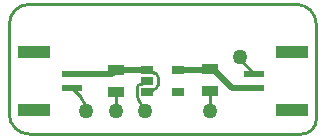
<source format=gbr>
%TF.GenerationSoftware,Altium Limited,Altium Designer,25.8.1 (18)*%
G04 Layer_Physical_Order=1*
G04 Layer_Color=255*
%FSLAX45Y45*%
%MOMM*%
%TF.SameCoordinates,13E1BA4B-C2ED-4E26-A105-CF6C73A7194F*%
%TF.FilePolarity,Positive*%
%TF.FileFunction,Copper,L1,Top,Signal*%
%TF.Part,Single*%
G01*
G75*
%TA.AperFunction,Conductor*%
%ADD10C,0.25400*%
%TA.AperFunction,SMDPad,CuDef*%
%ADD11R,1.70000X0.60000*%
%ADD12R,2.70000X1.00000*%
%ADD13R,1.00000X0.66000*%
%ADD14R,1.40000X0.95000*%
%TA.AperFunction,ConnectorPad*%
%ADD15R,1.40000X0.95000*%
%TA.AperFunction,Conductor*%
%ADD16C,0.50000*%
%TA.AperFunction,ViaPad*%
%ADD17C,1.27000*%
D10*
X-1129289Y550000D02*
G03*
X-1300000Y379289I0J-170711D01*
G01*
X1173000Y-550000D02*
G03*
X1300000Y-423000I0J127000D01*
G01*
Y379290D02*
G03*
X1129290Y550000I-170710J0D01*
G01*
X-1300000Y-379289D02*
G03*
X-1129289Y-550000I170711J0D01*
G01*
X-200878Y-265778D02*
G03*
X-207212Y-254666I-24523J-6620D01*
G01*
X-218100Y-228000D02*
G03*
X-207212Y-254666I38100J0D01*
G01*
X-188006Y-124750D02*
G03*
X-218100Y-162000I8006J-37249D01*
G01*
X650000Y100000D02*
G03*
X660606Y74394I36213J0D01*
G01*
X-650000Y-350000D02*
G03*
X-695962Y-239038I-156923J0D01*
G01*
X-71994Y-170249D02*
G03*
X-41900Y-133000I-8006J37249D01*
G01*
Y-67000D02*
G03*
X-71994Y-29750I-38100J0D01*
G01*
X-1300000Y-379289D02*
Y379289D01*
X1300000Y-423000D02*
Y379290D01*
X-1129289Y-550000D02*
X1173000D01*
X-1129289Y550000D02*
X1129290D01*
X-200878Y-265778D02*
X-150000Y-350000D01*
X-218100Y-228000D02*
Y-162000D01*
X-188006Y-124751D02*
X-167300Y-120300D01*
X-130000Y-100000D01*
X400000Y-350000D02*
Y-185000D01*
X660606Y74394D02*
X772500Y-37500D01*
X-772500Y-162500D02*
X-695962Y-239038D01*
X-400000Y-350000D02*
Y-192500D01*
X-130000Y-195000D02*
X-92700Y-174700D01*
X-71994Y-170249D01*
X-41900Y-133000D02*
Y-67000D01*
X-92700Y-25300D02*
X-71994Y-29751D01*
X-130000Y-5000D02*
X-92700Y-25300D01*
D11*
X772500Y-37500D02*
D03*
Y-162500D02*
D03*
X-772500D02*
D03*
Y-37500D02*
D03*
D12*
X1092500Y147500D02*
D03*
Y-347500D02*
D03*
X-1092500D02*
D03*
Y147500D02*
D03*
D13*
X130000Y-5000D02*
D03*
X-130000Y-100000D02*
D03*
Y-5000D02*
D03*
Y-195000D02*
D03*
X130000D02*
D03*
D14*
X400000Y0D02*
D03*
Y-185000D02*
D03*
D15*
X-400000Y-192500D02*
D03*
Y-7500D02*
D03*
D16*
X130000Y-5000D02*
X395000D01*
X585000Y-162500D02*
X750000D01*
X395000Y-5000D02*
X400000Y0D01*
X422500D02*
X585000Y-162500D01*
X400000Y0D02*
X422500D01*
X-400000Y-7500D02*
X-397500Y-5000D01*
X-722500Y-37500D02*
X-430000D01*
X-397500Y-5000D02*
X-130000D01*
X-430000Y-37500D02*
X-400000Y-7500D01*
D17*
X-150000Y-350000D02*
D03*
X650000Y100000D02*
D03*
X400000Y-350000D02*
D03*
X-400000D02*
D03*
X-650000D02*
D03*
%TF.MD5,072d61ef914a46164bab00df67904aee*%
M02*

</source>
